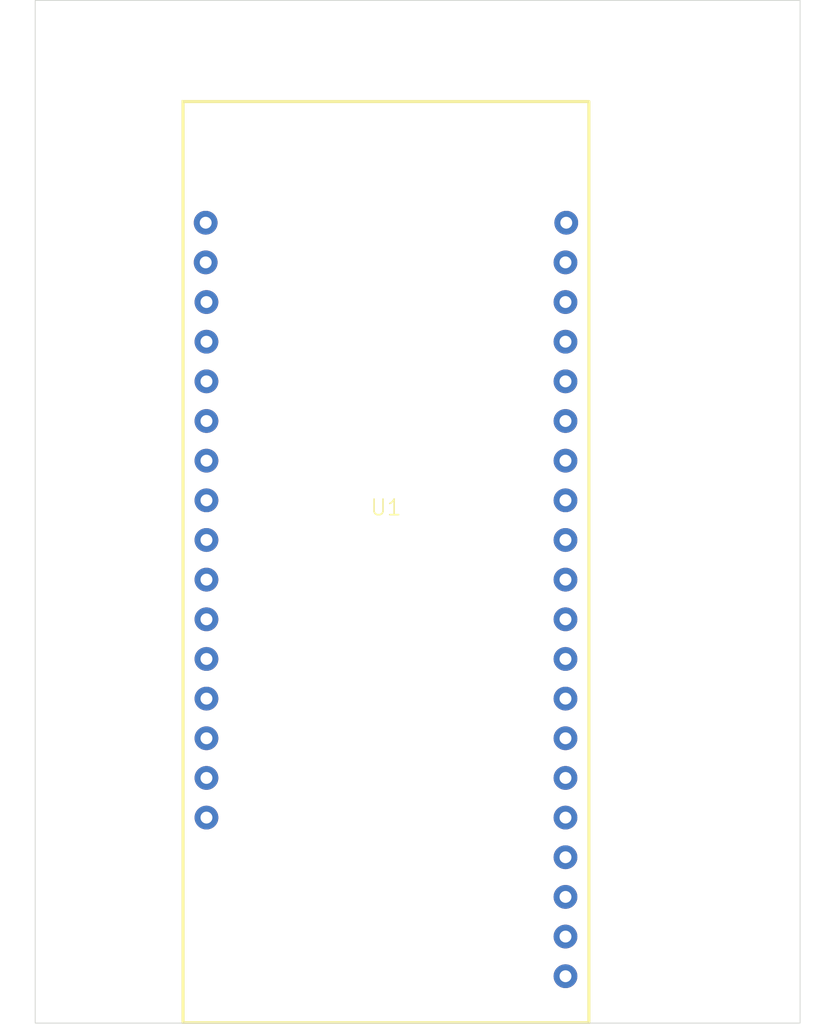
<source format=kicad_pcb>
(kicad_pcb (version 20240108) (generator "pcbnew") (generator_version "8.0")
  (layers (0 "F.Cu" signal) (31 "B.Cu" signal) (34 "B.Paste" user) (35 "F.Paste" user) (36 "B.SilkS" user "B.Silkscreen") (37 "F.SilkS" user "F.Silkscreen") (38 "B.Mask" user) (39 "F.Mask" user) (44 "Edge.Cuts" user))
  (net 0 "")
  (footprint "MountingHole:MountingHole_2.7mm" (layer "F.Cu") (at 132.3925 107.564)
    (property "Reference" "H1" (hide yes))
    (property "Value" "MountingHole")
    (pad "" np_thru_hole circle (at 0 0) (size 2.7 2.7) (drill 2.7) (layers "*.Cu" "*.Mask"))
  )
  (footprint "MountingHole:MountingHole_2.7mm" (layer "F.Cu") (at 175.6075 107.564)
    (property "Reference" "H2" (hide yes))
    (property "Value" "MountingHole")
    (pad "" np_thru_hole circle (at 0 0) (size 2.7 2.7) (drill 2.7) (layers "*.Cu" "*.Mask"))
  )
  (footprint "Library:LOLIN32" (layer "F.Cu") (at 151.97 90.98)
    (property "Reference" "U1" (at 0 -3 0) (layer "F.SilkS") (effects (font (thickness 0.1))))
    (property "Value" "~")
    (fp_rect (start -13 -29) (end 13 30) (stroke (width 0.2)) (fill none) (layer "F.SilkS"))
    (pad "" np_thru_hole circle (at -10.915 -26.74) (size 2.2 2.2) (drill 2.2) (layers "F&B.Cu" "*.Mask"))
    (pad "" np_thru_hole circle (at 10.915 -26.74) (size 2.2 2.2) (drill 2.2) (layers "F&B.Cu" "*.Mask"))
    (pad "1" thru_hole circle (at -11.55 -21.24) (size 1.524 1.524) (drill 0.762) (layers "*.Cu" "*.Mask"))
    (pad "2" thru_hole circle (at -11.55 -18.7) (size 1.524 1.524) (drill 0.762) (layers "*.Cu" "*.Mask"))
    (pad "3" thru_hole circle (at -11.5 -16.16) (size 1.524 1.524) (drill 0.762) (layers "*.Cu" "*.Mask"))
    (pad "4" thru_hole circle (at -11.5 -13.62) (size 1.524 1.524) (drill 0.762) (layers "*.Cu" "*.Mask"))
    (pad "5" thru_hole circle (at -11.5 -11.08) (size 1.524 1.524) (drill 0.762) (layers "*.Cu" "*.Mask"))
    (pad "6" thru_hole circle (at -11.5 -8.54) (size 1.524 1.524) (drill 0.762) (layers "*.Cu" "*.Mask"))
    (pad "7" thru_hole circle (at -11.5 -6) (size 1.524 1.524) (drill 0.762) (layers "*.Cu" "*.Mask"))
    (pad "8" thru_hole circle (at -11.5 -3.46) (size 1.524 1.524) (drill 0.762) (layers "*.Cu" "*.Mask"))
    (pad "9" thru_hole circle (at -11.5 -0.92) (size 1.524 1.524) (drill 0.762) (layers "*.Cu" "*.Mask"))
    (pad "10" thru_hole circle (at -11.5 1.62) (size 1.524 1.524) (drill 0.762) (layers "*.Cu" "*.Mask"))
    (pad "11" thru_hole circle (at -11.5 4.16) (size 1.524 1.524) (drill 0.762) (layers "*.Cu" "*.Mask"))
    (pad "12" thru_hole circle (at -11.5 6.7) (size 1.524 1.524) (drill 0.762) (layers "*.Cu" "*.Mask"))
    (pad "13" thru_hole circle (at -11.5 9.24) (size 1.524 1.524) (drill 0.762) (layers "*.Cu" "*.Mask"))
    (pad "14" thru_hole circle (at -11.5 11.78) (size 1.524 1.524) (drill 0.762) (layers "*.Cu" "*.Mask"))
    (pad "15" thru_hole circle (at -11.5 14.32) (size 1.524 1.524) (drill 0.762) (layers "*.Cu" "*.Mask"))
    (pad "16" thru_hole circle (at -11.5 16.86) (size 1.524 1.524) (drill 0.762) (layers "*.Cu" "*.Mask"))
    (pad "17" thru_hole circle (at 11.55 -21.24) (size 1.524 1.524) (drill 0.762) (layers "*.Cu" "*.Mask"))
    (pad "18" thru_hole circle (at 11.5 -18.7) (size 1.524 1.524) (drill 0.762) (layers "*.Cu" "*.Mask"))
    (pad "19" thru_hole circle (at 11.5 -16.16) (size 1.524 1.524) (drill 0.762) (layers "*.Cu" "*.Mask"))
    (pad "20" thru_hole circle (at 11.5 -13.62) (size 1.524 1.524) (drill 0.762) (layers "*.Cu" "*.Mask"))
    (pad "21" thru_hole circle (at 11.5 -11.08) (size 1.524 1.524) (drill 0.762) (layers "*.Cu" "*.Mask"))
    (pad "22" thru_hole circle (at 11.5 -8.54) (size 1.524 1.524) (drill 0.762) (layers "*.Cu" "*.Mask"))
    (pad "23" thru_hole circle (at 11.5 -6) (size 1.524 1.524) (drill 0.762) (layers "*.Cu" "*.Mask"))
    (pad "24" thru_hole circle (at 11.5 -3.46) (size 1.524 1.524) (drill 0.762) (layers "*.Cu" "*.Mask"))
    (pad "25" thru_hole circle (at 11.5 -0.92) (size 1.524 1.524) (drill 0.762) (layers "*.Cu" "*.Mask"))
    (pad "26" thru_hole circle (at 11.5 1.62) (size 1.524 1.524) (drill 0.762) (layers "*.Cu" "*.Mask"))
    (pad "27" thru_hole circle (at 11.5 4.16) (size 1.524 1.524) (drill 0.762) (layers "*.Cu" "*.Mask"))
    (pad "28" thru_hole circle (at 11.5 6.7) (size 1.524 1.524) (drill 0.762) (layers "*.Cu" "*.Mask"))
    (pad "29" thru_hole circle (at 11.5 9.24) (size 1.524 1.524) (drill 0.762) (layers "*.Cu" "*.Mask"))
    (pad "30" thru_hole circle (at 11.5 11.78) (size 1.524 1.524) (drill 0.762) (layers "*.Cu" "*.Mask"))
    (pad "31" thru_hole circle (at 11.5 14.32) (size 1.524 1.524) (drill 0.762) (layers "*.Cu" "*.Mask"))
    (pad "32" thru_hole circle (at 11.5 16.86) (size 1.524 1.524) (drill 0.762) (layers "*.Cu" "*.Mask"))
    (pad "33" thru_hole circle (at 11.5 19.4) (size 1.524 1.524) (drill 0.762) (layers "*.Cu" "*.Mask"))
    (pad "34" thru_hole circle (at 11.5 21.94) (size 1.524 1.524) (drill 0.762) (layers "*.Cu" "*.Mask"))
    (pad "35" thru_hole circle (at 11.5 24.48) (size 1.524 1.524) (drill 0.762) (layers "*.Cu" "*.Mask"))
    (pad "36" thru_hole circle (at 11.5 27.02) (size 1.524 1.524) (drill 0.762) (layers "*.Cu" "*.Mask"))
  )
  (gr_rect (start 129.5 55.5) (end 178.5 121) (stroke (width 0.05)) (fill none) (layer "Edge.Cuts"))
)
</source>
